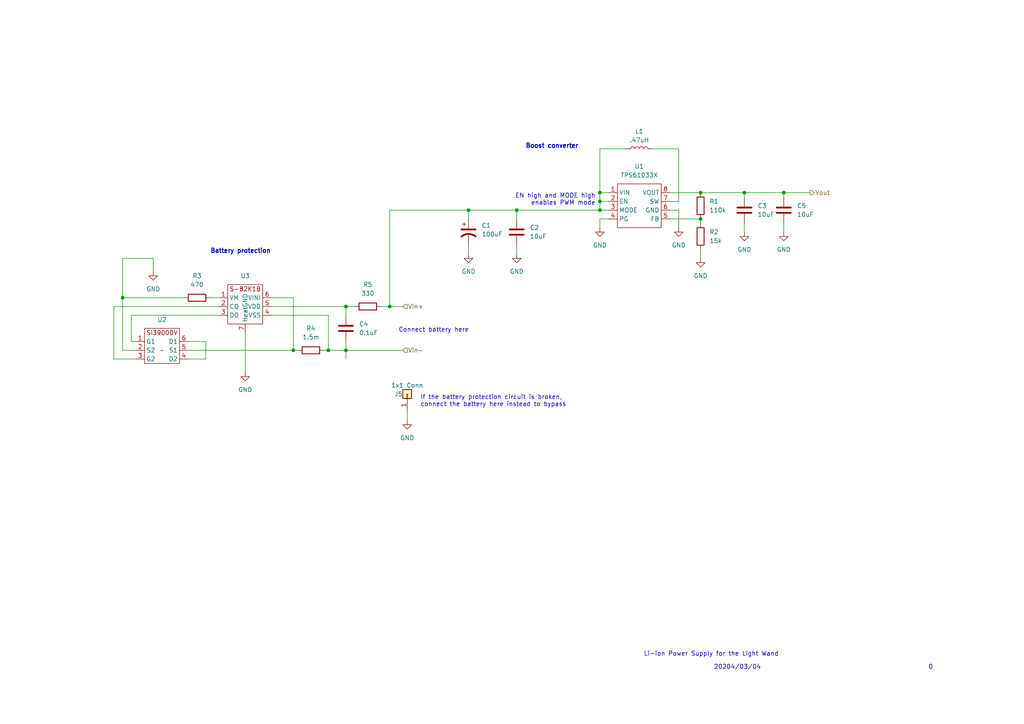
<source format=kicad_sch>
(kicad_sch (version 20230121) (generator eeschema)

  (uuid 2b14f44c-dff6-4431-acec-0de27f7a9525)

  (paper "A4")

  (lib_symbols
    (symbol "Connector_Generic:Conn_01x01" (pin_names (offset 1.016) hide) (in_bom yes) (on_board yes)
      (property "Reference" "J" (at 0 2.54 0)
        (effects (font (size 1.27 1.27)))
      )
      (property "Value" "Conn_01x01" (at 0 -2.54 0)
        (effects (font (size 1.27 1.27)))
      )
      (property "Footprint" "" (at 0 0 0)
        (effects (font (size 1.27 1.27)) hide)
      )
      (property "Datasheet" "~" (at 0 0 0)
        (effects (font (size 1.27 1.27)) hide)
      )
      (property "ki_keywords" "connector" (at 0 0 0)
        (effects (font (size 1.27 1.27)) hide)
      )
      (property "ki_description" "Generic connector, single row, 01x01, script generated (kicad-library-utils/schlib/autogen/connector/)" (at 0 0 0)
        (effects (font (size 1.27 1.27)) hide)
      )
      (property "ki_fp_filters" "Connector*:*_1x??_*" (at 0 0 0)
        (effects (font (size 1.27 1.27)) hide)
      )
      (symbol "Conn_01x01_1_1"
        (rectangle (start -1.27 0.127) (end 0 -0.127)
          (stroke (width 0.1524) (type default))
          (fill (type none))
        )
        (rectangle (start -1.27 1.27) (end 1.27 -1.27)
          (stroke (width 0.254) (type default))
          (fill (type background))
        )
        (pin passive line (at -5.08 0 0) (length 3.81)
          (name "Pin_1" (effects (font (size 1.27 1.27))))
          (number "1" (effects (font (size 1.27 1.27))))
        )
      )
    )
    (symbol "Device:C" (pin_numbers hide) (pin_names (offset 0.254)) (in_bom yes) (on_board yes)
      (property "Reference" "C" (at 0.635 2.54 0)
        (effects (font (size 1.27 1.27)) (justify left))
      )
      (property "Value" "C" (at 0.635 -2.54 0)
        (effects (font (size 1.27 1.27)) (justify left))
      )
      (property "Footprint" "" (at 0.9652 -3.81 0)
        (effects (font (size 1.27 1.27)) hide)
      )
      (property "Datasheet" "~" (at 0 0 0)
        (effects (font (size 1.27 1.27)) hide)
      )
      (property "ki_keywords" "cap capacitor" (at 0 0 0)
        (effects (font (size 1.27 1.27)) hide)
      )
      (property "ki_description" "Unpolarized capacitor" (at 0 0 0)
        (effects (font (size 1.27 1.27)) hide)
      )
      (property "ki_fp_filters" "C_*" (at 0 0 0)
        (effects (font (size 1.27 1.27)) hide)
      )
      (symbol "C_0_1"
        (polyline
          (pts
            (xy -2.032 -0.762)
            (xy 2.032 -0.762)
          )
          (stroke (width 0.508) (type default))
          (fill (type none))
        )
        (polyline
          (pts
            (xy -2.032 0.762)
            (xy 2.032 0.762)
          )
          (stroke (width 0.508) (type default))
          (fill (type none))
        )
      )
      (symbol "C_1_1"
        (pin passive line (at 0 3.81 270) (length 2.794)
          (name "~" (effects (font (size 1.27 1.27))))
          (number "1" (effects (font (size 1.27 1.27))))
        )
        (pin passive line (at 0 -3.81 90) (length 2.794)
          (name "~" (effects (font (size 1.27 1.27))))
          (number "2" (effects (font (size 1.27 1.27))))
        )
      )
    )
    (symbol "Device:C_Polarized_US" (pin_numbers hide) (pin_names (offset 0.254) hide) (in_bom yes) (on_board yes)
      (property "Reference" "C" (at 0.635 2.54 0)
        (effects (font (size 1.27 1.27)) (justify left))
      )
      (property "Value" "C_Polarized_US" (at 0.635 -2.54 0)
        (effects (font (size 1.27 1.27)) (justify left))
      )
      (property "Footprint" "" (at 0 0 0)
        (effects (font (size 1.27 1.27)) hide)
      )
      (property "Datasheet" "~" (at 0 0 0)
        (effects (font (size 1.27 1.27)) hide)
      )
      (property "ki_keywords" "cap capacitor" (at 0 0 0)
        (effects (font (size 1.27 1.27)) hide)
      )
      (property "ki_description" "Polarized capacitor, US symbol" (at 0 0 0)
        (effects (font (size 1.27 1.27)) hide)
      )
      (property "ki_fp_filters" "CP_*" (at 0 0 0)
        (effects (font (size 1.27 1.27)) hide)
      )
      (symbol "C_Polarized_US_0_1"
        (polyline
          (pts
            (xy -2.032 0.762)
            (xy 2.032 0.762)
          )
          (stroke (width 0.508) (type default))
          (fill (type none))
        )
        (polyline
          (pts
            (xy -1.778 2.286)
            (xy -0.762 2.286)
          )
          (stroke (width 0) (type default))
          (fill (type none))
        )
        (polyline
          (pts
            (xy -1.27 1.778)
            (xy -1.27 2.794)
          )
          (stroke (width 0) (type default))
          (fill (type none))
        )
        (arc (start 2.032 -1.27) (mid 0 -0.5572) (end -2.032 -1.27)
          (stroke (width 0.508) (type default))
          (fill (type none))
        )
      )
      (symbol "C_Polarized_US_1_1"
        (pin passive line (at 0 3.81 270) (length 2.794)
          (name "~" (effects (font (size 1.27 1.27))))
          (number "1" (effects (font (size 1.27 1.27))))
        )
        (pin passive line (at 0 -3.81 90) (length 3.302)
          (name "~" (effects (font (size 1.27 1.27))))
          (number "2" (effects (font (size 1.27 1.27))))
        )
      )
    )
    (symbol "Device:L" (pin_numbers hide) (pin_names (offset 1.016) hide) (in_bom yes) (on_board yes)
      (property "Reference" "L" (at -1.27 0 90)
        (effects (font (size 1.27 1.27)))
      )
      (property "Value" "L" (at 1.905 0 90)
        (effects (font (size 1.27 1.27)))
      )
      (property "Footprint" "" (at 0 0 0)
        (effects (font (size 1.27 1.27)) hide)
      )
      (property "Datasheet" "~" (at 0 0 0)
        (effects (font (size 1.27 1.27)) hide)
      )
      (property "ki_keywords" "inductor choke coil reactor magnetic" (at 0 0 0)
        (effects (font (size 1.27 1.27)) hide)
      )
      (property "ki_description" "Inductor" (at 0 0 0)
        (effects (font (size 1.27 1.27)) hide)
      )
      (property "ki_fp_filters" "Choke_* *Coil* Inductor_* L_*" (at 0 0 0)
        (effects (font (size 1.27 1.27)) hide)
      )
      (symbol "L_0_1"
        (arc (start 0 -2.54) (mid 0.6323 -1.905) (end 0 -1.27)
          (stroke (width 0) (type default))
          (fill (type none))
        )
        (arc (start 0 -1.27) (mid 0.6323 -0.635) (end 0 0)
          (stroke (width 0) (type default))
          (fill (type none))
        )
        (arc (start 0 0) (mid 0.6323 0.635) (end 0 1.27)
          (stroke (width 0) (type default))
          (fill (type none))
        )
        (arc (start 0 1.27) (mid 0.6323 1.905) (end 0 2.54)
          (stroke (width 0) (type default))
          (fill (type none))
        )
      )
      (symbol "L_1_1"
        (pin passive line (at 0 3.81 270) (length 1.27)
          (name "1" (effects (font (size 1.27 1.27))))
          (number "1" (effects (font (size 1.27 1.27))))
        )
        (pin passive line (at 0 -3.81 90) (length 1.27)
          (name "2" (effects (font (size 1.27 1.27))))
          (number "2" (effects (font (size 1.27 1.27))))
        )
      )
    )
    (symbol "Device:R" (pin_numbers hide) (pin_names (offset 0)) (in_bom yes) (on_board yes)
      (property "Reference" "R" (at 2.032 0 90)
        (effects (font (size 1.27 1.27)))
      )
      (property "Value" "R" (at 0 0 90)
        (effects (font (size 1.27 1.27)))
      )
      (property "Footprint" "" (at -1.778 0 90)
        (effects (font (size 1.27 1.27)) hide)
      )
      (property "Datasheet" "~" (at 0 0 0)
        (effects (font (size 1.27 1.27)) hide)
      )
      (property "ki_keywords" "R res resistor" (at 0 0 0)
        (effects (font (size 1.27 1.27)) hide)
      )
      (property "ki_description" "Resistor" (at 0 0 0)
        (effects (font (size 1.27 1.27)) hide)
      )
      (property "ki_fp_filters" "R_*" (at 0 0 0)
        (effects (font (size 1.27 1.27)) hide)
      )
      (symbol "R_0_1"
        (rectangle (start -1.016 -2.54) (end 1.016 2.54)
          (stroke (width 0.254) (type default))
          (fill (type none))
        )
      )
      (symbol "R_1_1"
        (pin passive line (at 0 3.81 270) (length 1.27)
          (name "~" (effects (font (size 1.27 1.27))))
          (number "1" (effects (font (size 1.27 1.27))))
        )
        (pin passive line (at 0 -3.81 90) (length 1.27)
          (name "~" (effects (font (size 1.27 1.27))))
          (number "2" (effects (font (size 1.27 1.27))))
        )
      )
    )
    (symbol "light_wand_library:S-82K1BAM-I6T1U" (in_bom yes) (on_board yes)
      (property "Reference" "U" (at 0 8.89 0)
        (effects (font (size 1.27 1.27)))
      )
      (property "Value" "" (at 0 0 0)
        (effects (font (size 1.27 1.27)))
      )
      (property "Footprint" "light_wand_footprints:HSNT-6" (at 0 -7.62 0)
        (effects (font (size 1.27 1.27)) hide)
      )
      (property "Datasheet" "" (at 0 0 0)
        (effects (font (size 1.27 1.27)) hide)
      )
      (property "ki_description" "Battery Protection IC" (at 0 0 0)
        (effects (font (size 1.27 1.27)) hide)
      )
      (symbol "S-82K1BAM-I6T1U_0_1"
        (rectangle (start -5.08 7.62) (end 5.08 -3.81)
          (stroke (width 0) (type default))
          (fill (type none))
        )
      )
      (symbol "S-82K1BAM-I6T1U_1_1"
        (text "S-82K1B" (at 0 6.35 0)
          (effects (font (size 1.27 1.27)))
        )
        (pin input line (at -7.62 3.81 0) (length 2.54)
          (name "VM" (effects (font (size 1.27 1.27))))
          (number "1" (effects (font (size 1.27 1.27))))
        )
        (pin output line (at -7.62 1.27 0) (length 2.54)
          (name "CO" (effects (font (size 1.27 1.27))))
          (number "2" (effects (font (size 1.27 1.27))))
        )
        (pin output line (at -7.62 -1.27 0) (length 2.54)
          (name "DO" (effects (font (size 1.27 1.27))))
          (number "3" (effects (font (size 1.27 1.27))))
        )
        (pin input line (at 7.62 -1.27 180) (length 2.54)
          (name "VSS" (effects (font (size 1.27 1.27))))
          (number "4" (effects (font (size 1.27 1.27))))
        )
        (pin input line (at 7.62 1.27 180) (length 2.54)
          (name "VDD" (effects (font (size 1.27 1.27))))
          (number "5" (effects (font (size 1.27 1.27))))
        )
        (pin input line (at 7.62 3.81 180) (length 2.54)
          (name "VINI" (effects (font (size 1.27 1.27))))
          (number "6" (effects (font (size 1.27 1.27))))
        )
        (pin input line (at 0 -6.35 90) (length 2.54)
          (name "HeatGND" (effects (font (size 1.27 1.27))))
          (number "7" (effects (font (size 1.27 1.27))))
        )
      )
    )
    (symbol "light_wand_library:Si3900DV" (in_bom yes) (on_board yes)
      (property "Reference" "U" (at 0 7.62 0)
        (effects (font (size 1.27 1.27)))
      )
      (property "Value" "" (at 0 0 0)
        (effects (font (size 1.27 1.27)))
      )
      (property "Footprint" "" (at 0 0 0)
        (effects (font (size 1.27 1.27)) hide)
      )
      (property "Datasheet" "" (at 0 0 0)
        (effects (font (size 1.27 1.27)) hide)
      )
      (property "ki_description" "Dual N-Channel MOSFET package" (at 0 0 0)
        (effects (font (size 1.27 1.27)) hide)
      )
      (symbol "Si3900DV_0_1"
        (rectangle (start -5.08 6.35) (end 5.08 -3.81)
          (stroke (width 0) (type default))
          (fill (type none))
        )
      )
      (symbol "Si3900DV_1_1"
        (text "Si3900DV" (at 0 5.08 0)
          (effects (font (size 1.27 1.27)))
        )
        (pin input line (at -7.62 2.54 0) (length 2.54)
          (name "G1" (effects (font (size 1.27 1.27))))
          (number "1" (effects (font (size 1.27 1.27))))
        )
        (pin bidirectional line (at -7.62 0 0) (length 2.54)
          (name "S2" (effects (font (size 1.27 1.27))))
          (number "2" (effects (font (size 1.27 1.27))))
        )
        (pin input line (at -7.62 -2.54 0) (length 2.54)
          (name "G2" (effects (font (size 1.27 1.27))))
          (number "3" (effects (font (size 1.27 1.27))))
        )
        (pin bidirectional line (at 7.62 -2.54 180) (length 2.54)
          (name "D2" (effects (font (size 1.27 1.27))))
          (number "4" (effects (font (size 1.27 1.27))))
        )
        (pin bidirectional line (at 7.62 0 180) (length 2.54)
          (name "S1" (effects (font (size 1.27 1.27))))
          (number "5" (effects (font (size 1.27 1.27))))
        )
        (pin bidirectional line (at 7.62 2.54 180) (length 2.54)
          (name "D1" (effects (font (size 1.27 1.27))))
          (number "6" (effects (font (size 1.27 1.27))))
        )
      )
    )
    (symbol "light_wand_library:TPS61033X" (in_bom yes) (on_board yes)
      (property "Reference" "U" (at 0 8.89 0)
        (effects (font (size 1.27 1.27)))
      )
      (property "Value" "TPS61033X" (at 0 6.35 0)
        (effects (font (size 1.27 1.27)))
      )
      (property "Footprint" "Package_TO_SOT_SMD:SOT-583-8" (at 0 -8.89 0)
        (effects (font (size 1.27 1.27)) hide)
      )
      (property "Datasheet" "" (at -2.54 0 0)
        (effects (font (size 1.27 1.27)) hide)
      )
      (symbol "TPS61033X_0_1"
        (rectangle (start -6.35 5.08) (end 6.35 -7.62)
          (stroke (width 0) (type default))
          (fill (type none))
        )
      )
      (symbol "TPS61033X_1_1"
        (pin input line (at -8.89 2.54 0) (length 2.54)
          (name "VIN" (effects (font (size 1.27 1.27))))
          (number "1" (effects (font (size 1.27 1.27))))
        )
        (pin input line (at -8.89 0 0) (length 2.54)
          (name "EN" (effects (font (size 1.27 1.27))))
          (number "2" (effects (font (size 1.27 1.27))))
        )
        (pin input line (at -8.89 -2.54 0) (length 2.54)
          (name "MODE" (effects (font (size 1.27 1.27))))
          (number "3" (effects (font (size 1.27 1.27))))
        )
        (pin output line (at -8.89 -5.08 0) (length 2.54)
          (name "PG" (effects (font (size 1.27 1.27))))
          (number "4" (effects (font (size 1.27 1.27))))
        )
        (pin input line (at 8.89 -5.08 180) (length 2.54)
          (name "FB" (effects (font (size 1.27 1.27))))
          (number "5" (effects (font (size 1.27 1.27))))
        )
        (pin power_in line (at 8.89 -2.54 180) (length 2.54)
          (name "GND" (effects (font (size 1.27 1.27))))
          (number "6" (effects (font (size 1.27 1.27))))
        )
        (pin power_in line (at 8.89 0 180) (length 2.54)
          (name "SW" (effects (font (size 1.27 1.27))))
          (number "7" (effects (font (size 1.27 1.27))))
        )
        (pin output line (at 8.89 2.54 180) (length 2.54)
          (name "VOUT" (effects (font (size 1.27 1.27))))
          (number "8" (effects (font (size 1.27 1.27))))
        )
      )
    )
    (symbol "power:GND" (power) (pin_names (offset 0)) (in_bom yes) (on_board yes)
      (property "Reference" "#PWR" (at 0 -6.35 0)
        (effects (font (size 1.27 1.27)) hide)
      )
      (property "Value" "GND" (at 0 -3.81 0)
        (effects (font (size 1.27 1.27)))
      )
      (property "Footprint" "" (at 0 0 0)
        (effects (font (size 1.27 1.27)) hide)
      )
      (property "Datasheet" "" (at 0 0 0)
        (effects (font (size 1.27 1.27)) hide)
      )
      (property "ki_keywords" "global power" (at 0 0 0)
        (effects (font (size 1.27 1.27)) hide)
      )
      (property "ki_description" "Power symbol creates a global label with name \"GND\" , ground" (at 0 0 0)
        (effects (font (size 1.27 1.27)) hide)
      )
      (symbol "GND_0_1"
        (polyline
          (pts
            (xy 0 0)
            (xy 0 -1.27)
            (xy 1.27 -1.27)
            (xy 0 -2.54)
            (xy -1.27 -1.27)
            (xy 0 -1.27)
          )
          (stroke (width 0) (type default))
          (fill (type none))
        )
      )
      (symbol "GND_1_1"
        (pin power_in line (at 0 0 270) (length 0) hide
          (name "GND" (effects (font (size 1.27 1.27))))
          (number "1" (effects (font (size 1.27 1.27))))
        )
      )
    )
  )

  (junction (at 100.33 88.9) (diameter 0) (color 0 0 0 0)
    (uuid 09e3aab2-4bdc-4cb1-a9d0-16210e6fbead)
  )
  (junction (at 135.89 60.96) (diameter 0) (color 0 0 0 0)
    (uuid 50314f82-8512-40ca-a1a6-4388e92e106e)
  )
  (junction (at 173.99 55.88) (diameter 0) (color 0 0 0 0)
    (uuid 5c192684-498b-4934-b942-c6e23af22c14)
  )
  (junction (at 227.33 55.88) (diameter 0) (color 0 0 0 0)
    (uuid 5f671d53-0274-4adc-ac2c-f19ba2e7e7dd)
  )
  (junction (at 215.9 55.88) (diameter 0) (color 0 0 0 0)
    (uuid 5fcc5835-edb5-4556-b396-328f0cc6ce14)
  )
  (junction (at 203.2 63.5) (diameter 0) (color 0 0 0 0)
    (uuid 8225c42a-2bb0-435a-b50d-20a03d1069b0)
  )
  (junction (at 95.25 101.6) (diameter 0) (color 0 0 0 0)
    (uuid 8bed1c84-38c0-426c-976e-6262dff4b93e)
  )
  (junction (at 85.09 101.6) (diameter 0) (color 0 0 0 0)
    (uuid 8f20e0b6-7e31-4fb8-8881-cdf41aee2f92)
  )
  (junction (at 100.33 101.6) (diameter 0) (color 0 0 0 0)
    (uuid af3dd391-eb11-456f-8565-320ec9b57179)
  )
  (junction (at 173.99 60.96) (diameter 0) (color 0 0 0 0)
    (uuid b05dec04-f723-4581-b559-1023395d89d1)
  )
  (junction (at 203.2 55.88) (diameter 0) (color 0 0 0 0)
    (uuid b0e03550-abab-4e1e-a4bc-710890662ed2)
  )
  (junction (at 173.99 58.42) (diameter 0) (color 0 0 0 0)
    (uuid d112fcd6-d102-42c3-b7d2-34f35d0041bc)
  )
  (junction (at 113.03 88.9) (diameter 0) (color 0 0 0 0)
    (uuid d193cad7-dca7-4fd0-8248-0c6d0668ab22)
  )
  (junction (at 35.56 86.36) (diameter 0) (color 0 0 0 0)
    (uuid d4ff59c0-bdb1-4b45-8943-1f0641628ba1)
  )
  (junction (at 149.86 60.96) (diameter 0) (color 0 0 0 0)
    (uuid d53df241-66fd-4cd1-a8e5-63187c11141c)
  )

  (wire (pts (xy 173.99 43.18) (xy 181.61 43.18))
    (stroke (width 0) (type default))
    (uuid 012490df-718a-4074-9eb9-ef3701671fda)
  )
  (wire (pts (xy 176.53 63.5) (xy 173.99 63.5))
    (stroke (width 0) (type default))
    (uuid 02068bdb-fb50-4bdb-bac0-725113db74e2)
  )
  (wire (pts (xy 135.89 71.12) (xy 135.89 73.66))
    (stroke (width 0) (type default))
    (uuid 03f93a40-fb19-4b60-9c87-0b596e1b1bd6)
  )
  (wire (pts (xy 203.2 55.88) (xy 215.9 55.88))
    (stroke (width 0) (type default))
    (uuid 0708c9f7-d8fd-47b8-a991-70fa9b27a80f)
  )
  (wire (pts (xy 100.33 88.9) (xy 102.87 88.9))
    (stroke (width 0) (type default))
    (uuid 07b0cff7-c9e9-428e-b5ee-3b4b283bf0ef)
  )
  (wire (pts (xy 173.99 63.5) (xy 173.99 66.04))
    (stroke (width 0) (type default))
    (uuid 0c5ca8f3-f119-4196-b133-698a910965c3)
  )
  (wire (pts (xy 63.5 88.9) (xy 33.02 88.9))
    (stroke (width 0) (type default))
    (uuid 0eb85ed5-2ff4-4af6-9425-d563909bef21)
  )
  (wire (pts (xy 35.56 101.6) (xy 35.56 86.36))
    (stroke (width 0) (type default))
    (uuid 0f41dc93-10dc-45ec-af9b-e4120fc98b39)
  )
  (wire (pts (xy 215.9 55.88) (xy 215.9 57.15))
    (stroke (width 0) (type default))
    (uuid 10ae4c13-2547-487e-8a12-5cac51969e3d)
  )
  (wire (pts (xy 95.25 101.6) (xy 100.33 101.6))
    (stroke (width 0) (type default))
    (uuid 1168c92e-5654-42e1-9206-a97ebfd56dd3)
  )
  (wire (pts (xy 85.09 101.6) (xy 86.36 101.6))
    (stroke (width 0) (type default))
    (uuid 16f7fb88-50e0-4e5c-bfc3-a1f7c922b778)
  )
  (wire (pts (xy 78.74 91.44) (xy 95.25 91.44))
    (stroke (width 0) (type default))
    (uuid 2252dd0a-4cc5-4acd-ade1-962008018b34)
  )
  (wire (pts (xy 113.03 60.96) (xy 135.89 60.96))
    (stroke (width 0) (type default))
    (uuid 2e9a82f7-3253-40e6-9484-64dd416dfab6)
  )
  (wire (pts (xy 100.33 99.06) (xy 100.33 101.6))
    (stroke (width 0) (type default))
    (uuid 33cde3af-ab81-4b33-8ac9-e09c417a25e0)
  )
  (wire (pts (xy 227.33 57.15) (xy 227.33 55.88))
    (stroke (width 0) (type default))
    (uuid 343faf75-212d-498c-b25c-76a346ae49c7)
  )
  (wire (pts (xy 215.9 55.88) (xy 227.33 55.88))
    (stroke (width 0) (type default))
    (uuid 3602a5b6-40b1-4fa1-ba1d-1c67baa0293e)
  )
  (wire (pts (xy 33.02 104.14) (xy 39.37 104.14))
    (stroke (width 0) (type default))
    (uuid 3664ad67-119e-465e-b620-373e9da0fc4a)
  )
  (wire (pts (xy 35.56 86.36) (xy 35.56 74.93))
    (stroke (width 0) (type default))
    (uuid 37041623-5f2b-42ca-be95-349d9c0bf76a)
  )
  (wire (pts (xy 227.33 67.31) (xy 227.33 64.77))
    (stroke (width 0) (type default))
    (uuid 3a8535fb-0db1-4af6-913d-f815eea0ac83)
  )
  (wire (pts (xy 176.53 58.42) (xy 173.99 58.42))
    (stroke (width 0) (type default))
    (uuid 46577355-9ec3-494c-9131-a5d0bcaf62f7)
  )
  (wire (pts (xy 35.56 86.36) (xy 53.34 86.36))
    (stroke (width 0) (type default))
    (uuid 474d6b1e-cfd0-446b-aec5-fbcddb1c1af1)
  )
  (wire (pts (xy 194.31 60.96) (xy 196.85 60.96))
    (stroke (width 0) (type default))
    (uuid 4b45a6b5-791b-4c54-8d6d-f2ca0bc77369)
  )
  (wire (pts (xy 54.61 101.6) (xy 85.09 101.6))
    (stroke (width 0) (type default))
    (uuid 4eb4d782-643a-4479-925a-f312fba11ef4)
  )
  (wire (pts (xy 118.11 121.92) (xy 118.11 119.38))
    (stroke (width 0) (type default))
    (uuid 5443e6cd-1e92-4340-85fa-a530432c54e9)
  )
  (wire (pts (xy 176.53 55.88) (xy 173.99 55.88))
    (stroke (width 0) (type default))
    (uuid 55df76b1-3322-4c50-afc5-da1eaabe44ea)
  )
  (wire (pts (xy 38.1 99.06) (xy 39.37 99.06))
    (stroke (width 0) (type default))
    (uuid 5e633a2b-73e3-4290-981b-9b1cb4114dbb)
  )
  (wire (pts (xy 39.37 101.6) (xy 35.56 101.6))
    (stroke (width 0) (type default))
    (uuid 678bbe47-8c7a-4039-83d6-3b8e12ab5dea)
  )
  (wire (pts (xy 100.33 88.9) (xy 100.33 91.44))
    (stroke (width 0) (type default))
    (uuid 6ba03c41-f5e9-4198-ac50-631b3b54f1df)
  )
  (wire (pts (xy 173.99 60.96) (xy 173.99 58.42))
    (stroke (width 0) (type default))
    (uuid 6c27c55e-ed97-4ca2-b16e-33d95ccde8b0)
  )
  (wire (pts (xy 149.86 60.96) (xy 173.99 60.96))
    (stroke (width 0) (type default))
    (uuid 6cb0996c-ce2d-4c44-8aca-f7e367be2a7a)
  )
  (wire (pts (xy 63.5 91.44) (xy 38.1 91.44))
    (stroke (width 0) (type default))
    (uuid 7992a861-d82a-4456-8e86-f10d9fe33186)
  )
  (wire (pts (xy 78.74 88.9) (xy 100.33 88.9))
    (stroke (width 0) (type default))
    (uuid 7f1afea2-4262-41eb-93f9-82a0d19f0b98)
  )
  (wire (pts (xy 194.31 55.88) (xy 203.2 55.88))
    (stroke (width 0) (type default))
    (uuid 7fb2a319-8ac2-40bb-9914-0db711d315e1)
  )
  (wire (pts (xy 189.23 43.18) (xy 196.85 43.18))
    (stroke (width 0) (type default))
    (uuid 804da18b-235d-4fd7-a79c-19e18fc7600b)
  )
  (wire (pts (xy 95.25 91.44) (xy 95.25 101.6))
    (stroke (width 0) (type default))
    (uuid 8b967ecc-8022-4eb9-92f9-90c71f89ebf4)
  )
  (wire (pts (xy 173.99 58.42) (xy 173.99 55.88))
    (stroke (width 0) (type default))
    (uuid 8bbc2d31-c4db-435d-b18b-ed72b6678ec3)
  )
  (wire (pts (xy 85.09 86.36) (xy 78.74 86.36))
    (stroke (width 0) (type default))
    (uuid 918a4d43-ffdd-4e8d-9f79-a1d988cbeec0)
  )
  (wire (pts (xy 149.86 71.12) (xy 149.86 73.66))
    (stroke (width 0) (type default))
    (uuid 9219aa2c-10e4-41db-af10-22f6131744d1)
  )
  (wire (pts (xy 113.03 60.96) (xy 113.03 88.9))
    (stroke (width 0) (type default))
    (uuid 94a5cbe5-7d01-4226-818f-974f605e18cd)
  )
  (wire (pts (xy 203.2 63.5) (xy 203.2 64.77))
    (stroke (width 0) (type default))
    (uuid 95183d9f-7807-406c-aaa4-fc2018742c82)
  )
  (wire (pts (xy 135.89 60.96) (xy 149.86 60.96))
    (stroke (width 0) (type default))
    (uuid 99876e3a-fffc-42b6-a335-339a86abd784)
  )
  (wire (pts (xy 194.31 63.5) (xy 203.2 63.5))
    (stroke (width 0) (type default))
    (uuid 9c9ca782-6f1a-4cc5-8b42-e6770433f384)
  )
  (wire (pts (xy 54.61 104.14) (xy 59.69 104.14))
    (stroke (width 0) (type default))
    (uuid a0f9b6d2-0e41-41e1-93d0-0b39070a4949)
  )
  (wire (pts (xy 227.33 55.88) (xy 234.95 55.88))
    (stroke (width 0) (type default))
    (uuid a2d9700f-6011-4858-ab4f-49fd244aa2f1)
  )
  (wire (pts (xy 60.96 86.36) (xy 63.5 86.36))
    (stroke (width 0) (type default))
    (uuid aeccb4cc-9e62-445d-96f5-87dafd14811e)
  )
  (wire (pts (xy 38.1 91.44) (xy 38.1 99.06))
    (stroke (width 0) (type default))
    (uuid b02e834c-50bd-4e3d-b7f6-5b04a70bc489)
  )
  (wire (pts (xy 54.61 99.06) (xy 59.69 99.06))
    (stroke (width 0) (type default))
    (uuid b47dada3-0ff5-4bf9-b914-1c850aac82c3)
  )
  (wire (pts (xy 215.9 64.77) (xy 215.9 67.31))
    (stroke (width 0) (type default))
    (uuid b6f859d2-1c50-48ae-ad8c-181485bef5bf)
  )
  (wire (pts (xy 35.56 74.93) (xy 44.45 74.93))
    (stroke (width 0) (type default))
    (uuid beef212b-5339-4398-9329-fdfd5515e393)
  )
  (wire (pts (xy 173.99 43.18) (xy 173.99 55.88))
    (stroke (width 0) (type default))
    (uuid bf3079ae-8028-4bc4-aab6-2570f095e35a)
  )
  (wire (pts (xy 196.85 58.42) (xy 194.31 58.42))
    (stroke (width 0) (type default))
    (uuid c6a87490-3107-4e32-b757-98e621b59018)
  )
  (wire (pts (xy 44.45 74.93) (xy 44.45 78.74))
    (stroke (width 0) (type default))
    (uuid c6dccda3-2137-46f0-9e9a-5f42d4dd61b9)
  )
  (wire (pts (xy 135.89 60.96) (xy 135.89 63.5))
    (stroke (width 0) (type default))
    (uuid c7d34e72-834a-4273-b0c5-1938273640d6)
  )
  (wire (pts (xy 100.33 104.14) (xy 100.33 101.6))
    (stroke (width 0) (type default))
    (uuid d02b9881-fbe0-461c-a49b-eca9ce8938fe)
  )
  (wire (pts (xy 196.85 43.18) (xy 196.85 58.42))
    (stroke (width 0) (type default))
    (uuid d3980574-d72e-488d-83be-3406af1fdebe)
  )
  (wire (pts (xy 33.02 88.9) (xy 33.02 104.14))
    (stroke (width 0) (type default))
    (uuid d98c3ea5-3728-42cc-8543-3b6864647d15)
  )
  (wire (pts (xy 100.33 101.6) (xy 116.84 101.6))
    (stroke (width 0) (type default))
    (uuid dcb385ba-bf24-498a-89a8-c01771444510)
  )
  (wire (pts (xy 113.03 88.9) (xy 116.84 88.9))
    (stroke (width 0) (type default))
    (uuid e17ddcc2-9c0e-4b85-80a7-d7ff12c0d3e4)
  )
  (wire (pts (xy 196.85 60.96) (xy 196.85 66.04))
    (stroke (width 0) (type default))
    (uuid e4047adb-7e57-4e14-aa5f-b39282bafbfd)
  )
  (wire (pts (xy 59.69 99.06) (xy 59.69 104.14))
    (stroke (width 0) (type default))
    (uuid e4bda5a2-f7c1-45ef-9d41-0458706a8fc8)
  )
  (wire (pts (xy 110.49 88.9) (xy 113.03 88.9))
    (stroke (width 0) (type default))
    (uuid eab1847d-2752-43a7-a4af-cf79eff92009)
  )
  (wire (pts (xy 93.98 101.6) (xy 95.25 101.6))
    (stroke (width 0) (type default))
    (uuid eab2e7de-330a-472c-8acd-c168e917f2ec)
  )
  (wire (pts (xy 71.12 107.95) (xy 71.12 96.52))
    (stroke (width 0) (type default))
    (uuid ebc43398-20f9-4d0f-a74a-5dc5dc1bb5c7)
  )
  (wire (pts (xy 176.53 60.96) (xy 173.99 60.96))
    (stroke (width 0) (type default))
    (uuid efbd7df0-2713-496f-a826-f7abdd8cdb1a)
  )
  (wire (pts (xy 149.86 60.96) (xy 149.86 63.5))
    (stroke (width 0) (type default))
    (uuid f173e2a6-b7a2-461f-ac2d-5d39af8cf72c)
  )
  (wire (pts (xy 203.2 72.39) (xy 203.2 74.93))
    (stroke (width 0) (type default))
    (uuid f299aae1-9381-40ac-90f9-535c2e8f0290)
  )
  (wire (pts (xy 85.09 101.6) (xy 85.09 86.36))
    (stroke (width 0) (type default))
    (uuid ff8456e7-89dd-46a4-8fb4-06efaacab493)
  )

  (text "If the battery protection circuit is broken, \nconnect the battery here instead to bypass"
    (at 121.92 118.11 0)
    (effects (font (size 1.27 1.27)) (justify left bottom))
    (uuid 25045650-8d1f-4687-9b08-e3c11e436b1f)
  )
  (text "Boost converter" (at 152.4 43.18 0)
    (effects (font (size 1.27 1.27) (thickness 0.254) bold) (justify left bottom))
    (uuid 352e29a8-4456-4150-a49a-97745cd5a0b7)
  )
  (text "EN high and MODE high\nenables PWM mode" (at 172.72 59.69 0)
    (effects (font (size 1.27 1.27)) (justify right bottom))
    (uuid 4c55e186-4119-4cdb-850f-e303230ed47b)
  )
  (text "20204/03/04" (at 207.01 194.31 0)
    (effects (font (size 1.27 1.27)) (justify left bottom))
    (uuid 6f872f7b-b5ba-4013-b7b2-5c684500a00c)
  )
  (text "Li-ion Power Supply for the Light Wand\n" (at 186.69 190.5 0)
    (effects (font (size 1.27 1.27)) (justify left bottom))
    (uuid 92f5668c-aa18-4d7b-b476-07450ddcfa5c)
  )
  (text "Connect battery here" (at 115.57 96.52 0)
    (effects (font (size 1.27 1.27)) (justify left bottom))
    (uuid abd291c0-1d81-4524-a875-8cab57aadef6)
  )
  (text "Battery protection" (at 60.96 73.66 0)
    (effects (font (size 1.27 1.27) (thickness 0.254) bold) (justify left bottom))
    (uuid ea890aaa-ef76-4fc3-ba3c-261a034c20b2)
  )
  (text "0" (at 269.24 194.31 0)
    (effects (font (size 1.27 1.27)) (justify left bottom))
    (uuid ee3be14e-d715-404a-941b-0a29026b6347)
  )

  (hierarchical_label "Vin-" (shape input) (at 116.84 101.6 0) (fields_autoplaced)
    (effects (font (size 1.27 1.27)) (justify left))
    (uuid 9e1bc100-5593-4f96-a09a-8f12340bb8d2)
  )
  (hierarchical_label "Vout" (shape output) (at 234.95 55.88 0) (fields_autoplaced)
    (effects (font (size 1.27 1.27)) (justify left))
    (uuid c3d4fb28-8797-499c-ab59-bd2b6873b9d6)
  )
  (hierarchical_label "Vin+" (shape input) (at 116.84 88.9 0) (fields_autoplaced)
    (effects (font (size 1.27 1.27)) (justify left))
    (uuid d426c08c-02a3-451e-bc07-d9f6974519f9)
  )

  (symbol (lib_id "Device:C") (at 100.33 95.25 0) (unit 1)
    (in_bom yes) (on_board yes) (dnp no) (fields_autoplaced)
    (uuid 0353868f-a027-4c1b-b5dd-2c099450fd36)
    (property "Reference" "C4" (at 104.14 93.98 0)
      (effects (font (size 1.27 1.27)) (justify left))
    )
    (property "Value" "0.1uF" (at 104.14 96.52 0)
      (effects (font (size 1.27 1.27)) (justify left))
    )
    (property "Footprint" "Capacitor_SMD:C_0603_1608Metric" (at 101.2952 99.06 0)
      (effects (font (size 1.27 1.27)) hide)
    )
    (property "Datasheet" "~" (at 100.33 95.25 0)
      (effects (font (size 1.27 1.27)) hide)
    )
    (pin "1" (uuid 803e34b4-3f42-4f5e-8f2a-cbdfdaa55937))
    (pin "2" (uuid 815b52e1-ad7d-40da-a1dd-63e64c7a3cf4))
    (instances
      (project "light_wand"
        (path "/1490551a-2c24-45df-b317-45d6c7f84af9/1ba98658-464e-4305-848f-5f718e928d99"
          (reference "C4") (unit 1)
        )
      )
    )
  )

  (symbol (lib_id "light_wand_library:Si3900DV") (at 46.99 101.6 0) (unit 1)
    (in_bom yes) (on_board yes) (dnp no) (fields_autoplaced)
    (uuid 0a493789-7ab4-4da5-baa4-9d82df52e584)
    (property "Reference" "U2" (at 46.99 92.71 0)
      (effects (font (size 1.27 1.27)))
    )
    (property "Value" "~" (at 46.99 101.6 0)
      (effects (font (size 1.27 1.27)))
    )
    (property "Footprint" "Package_TO_SOT_SMD:SOT-23-6_Handsoldering" (at 46.99 101.6 0)
      (effects (font (size 1.27 1.27)) hide)
    )
    (property "Datasheet" "" (at 46.99 101.6 0)
      (effects (font (size 1.27 1.27)) hide)
    )
    (pin "1" (uuid 00a28d00-5df7-4952-8d1a-80a93f0fa649))
    (pin "2" (uuid 258e1783-e6fd-4fba-b5f2-3d2be0a3b50e))
    (pin "3" (uuid 96a2bda0-b71a-4729-b538-736e963119da))
    (pin "4" (uuid a34a71e0-5449-4381-924f-f53d3254f843))
    (pin "5" (uuid 7993bad5-5872-4f24-bea7-a44d1010209e))
    (pin "6" (uuid a4de8d53-5674-4ef9-81b8-6e57abb43a5d))
    (instances
      (project "light_wand"
        (path "/1490551a-2c24-45df-b317-45d6c7f84af9/1ba98658-464e-4305-848f-5f718e928d99"
          (reference "U2") (unit 1)
        )
      )
    )
  )

  (symbol (lib_id "power:GND") (at 149.86 73.66 0) (unit 1)
    (in_bom yes) (on_board yes) (dnp no) (fields_autoplaced)
    (uuid 17ce5cee-9913-4204-8dfc-5567e7684f8a)
    (property "Reference" "#PWR01" (at 149.86 80.01 0)
      (effects (font (size 1.27 1.27)) hide)
    )
    (property "Value" "GND" (at 149.86 78.74 0)
      (effects (font (size 1.27 1.27)))
    )
    (property "Footprint" "" (at 149.86 73.66 0)
      (effects (font (size 1.27 1.27)) hide)
    )
    (property "Datasheet" "" (at 149.86 73.66 0)
      (effects (font (size 1.27 1.27)) hide)
    )
    (pin "1" (uuid 7252d35f-fa1d-4788-a70b-e47c59d776de))
    (instances
      (project "light_wand"
        (path "/1490551a-2c24-45df-b317-45d6c7f84af9/1ba98658-464e-4305-848f-5f718e928d99"
          (reference "#PWR01") (unit 1)
        )
      )
    )
  )

  (symbol (lib_id "power:GND") (at 196.85 66.04 0) (unit 1)
    (in_bom yes) (on_board yes) (dnp no) (fields_autoplaced)
    (uuid 2399bc13-1fa7-4d90-9910-c4815e2bec00)
    (property "Reference" "#PWR025" (at 196.85 72.39 0)
      (effects (font (size 1.27 1.27)) hide)
    )
    (property "Value" "GND" (at 196.85 71.12 0)
      (effects (font (size 1.27 1.27)))
    )
    (property "Footprint" "" (at 196.85 66.04 0)
      (effects (font (size 1.27 1.27)) hide)
    )
    (property "Datasheet" "" (at 196.85 66.04 0)
      (effects (font (size 1.27 1.27)) hide)
    )
    (pin "1" (uuid cc266936-e5bb-4350-8678-40a8de13620c))
    (instances
      (project "light_wand"
        (path "/1490551a-2c24-45df-b317-45d6c7f84af9/1ba98658-464e-4305-848f-5f718e928d99"
          (reference "#PWR025") (unit 1)
        )
      )
    )
  )

  (symbol (lib_id "power:GND") (at 135.89 73.66 0) (unit 1)
    (in_bom yes) (on_board yes) (dnp no) (fields_autoplaced)
    (uuid 2d09486e-a6a1-42c7-b41c-50956aeed2dd)
    (property "Reference" "#PWR02" (at 135.89 80.01 0)
      (effects (font (size 1.27 1.27)) hide)
    )
    (property "Value" "GND" (at 135.89 78.74 0)
      (effects (font (size 1.27 1.27)))
    )
    (property "Footprint" "" (at 135.89 73.66 0)
      (effects (font (size 1.27 1.27)) hide)
    )
    (property "Datasheet" "" (at 135.89 73.66 0)
      (effects (font (size 1.27 1.27)) hide)
    )
    (pin "1" (uuid 685cbf62-a304-4032-b8d8-b05263a1400e))
    (instances
      (project "light_wand"
        (path "/1490551a-2c24-45df-b317-45d6c7f84af9/1ba98658-464e-4305-848f-5f718e928d99"
          (reference "#PWR02") (unit 1)
        )
      )
    )
  )

  (symbol (lib_id "power:GND") (at 44.45 78.74 0) (unit 1)
    (in_bom yes) (on_board yes) (dnp no) (fields_autoplaced)
    (uuid 3bf217c6-b670-475f-970f-2d7d4ccaba68)
    (property "Reference" "#PWR011" (at 44.45 85.09 0)
      (effects (font (size 1.27 1.27)) hide)
    )
    (property "Value" "GND" (at 44.45 83.82 0)
      (effects (font (size 1.27 1.27)))
    )
    (property "Footprint" "" (at 44.45 78.74 0)
      (effects (font (size 1.27 1.27)) hide)
    )
    (property "Datasheet" "" (at 44.45 78.74 0)
      (effects (font (size 1.27 1.27)) hide)
    )
    (pin "1" (uuid ed871861-b191-4657-a3d0-2a680546060c))
    (instances
      (project "light_wand"
        (path "/1490551a-2c24-45df-b317-45d6c7f84af9/1ba98658-464e-4305-848f-5f718e928d99"
          (reference "#PWR011") (unit 1)
        )
      )
    )
  )

  (symbol (lib_id "Device:R") (at 106.68 88.9 90) (unit 1)
    (in_bom yes) (on_board yes) (dnp no) (fields_autoplaced)
    (uuid 4a4ef522-7076-4d5b-a439-854e75eb8945)
    (property "Reference" "R5" (at 106.68 82.55 90)
      (effects (font (size 1.27 1.27)))
    )
    (property "Value" "330" (at 106.68 85.09 90)
      (effects (font (size 1.27 1.27)))
    )
    (property "Footprint" "Resistor_SMD:R_0603_1608Metric" (at 106.68 90.678 90)
      (effects (font (size 1.27 1.27)) hide)
    )
    (property "Datasheet" "~" (at 106.68 88.9 0)
      (effects (font (size 1.27 1.27)) hide)
    )
    (pin "1" (uuid f2b8ef75-b3ef-438d-a125-b6496663923d))
    (pin "2" (uuid a256e145-ec8b-46ac-a30c-63c04b391593))
    (instances
      (project "light_wand"
        (path "/1490551a-2c24-45df-b317-45d6c7f84af9/1ba98658-464e-4305-848f-5f718e928d99"
          (reference "R5") (unit 1)
        )
      )
    )
  )

  (symbol (lib_id "light_wand_library:S-82K1BAM-I6T1U") (at 71.12 90.17 0) (unit 1)
    (in_bom yes) (on_board yes) (dnp no) (fields_autoplaced)
    (uuid 5425ae2f-930d-485d-953c-6ec2a2181eef)
    (property "Reference" "U3" (at 71.12 80.01 0)
      (effects (font (size 1.27 1.27)))
    )
    (property "Value" "~" (at 71.12 90.17 0)
      (effects (font (size 1.27 1.27)))
    )
    (property "Footprint" "light_wand_footprints:HSNT-6" (at 71.12 97.79 0)
      (effects (font (size 1.27 1.27)) hide)
    )
    (property "Datasheet" "" (at 71.12 90.17 0)
      (effects (font (size 1.27 1.27)) hide)
    )
    (pin "1" (uuid b377715d-820d-41c4-8588-8cee039f2153))
    (pin "2" (uuid 668e5c57-2739-4497-915d-0fd971ab88d3))
    (pin "3" (uuid c7ca5d03-aa17-490f-988e-eab6b1435871))
    (pin "4" (uuid 113f6fb8-a120-4942-877c-5fe8b818230d))
    (pin "5" (uuid 86e37420-afd9-472f-8d6a-5f14991d861d))
    (pin "6" (uuid 445a2edf-acd3-4521-9362-142d545291be))
    (pin "7" (uuid 92ddaef6-be4e-4f65-aa50-880807dd85d2))
    (instances
      (project "light_wand"
        (path "/1490551a-2c24-45df-b317-45d6c7f84af9/1ba98658-464e-4305-848f-5f718e928d99"
          (reference "U3") (unit 1)
        )
      )
    )
  )

  (symbol (lib_id "power:GND") (at 203.2 74.93 0) (unit 1)
    (in_bom yes) (on_board yes) (dnp no) (fields_autoplaced)
    (uuid 5fc62ce4-eb8b-40a2-a72b-a7b02b2c611d)
    (property "Reference" "#PWR010" (at 203.2 81.28 0)
      (effects (font (size 1.27 1.27)) hide)
    )
    (property "Value" "GND" (at 203.2 80.01 0)
      (effects (font (size 1.27 1.27)))
    )
    (property "Footprint" "" (at 203.2 74.93 0)
      (effects (font (size 1.27 1.27)) hide)
    )
    (property "Datasheet" "" (at 203.2 74.93 0)
      (effects (font (size 1.27 1.27)) hide)
    )
    (pin "1" (uuid 2f045ae9-6846-4a9c-9cc0-c7ec1f3163e5))
    (instances
      (project "light_wand"
        (path "/1490551a-2c24-45df-b317-45d6c7f84af9/1ba98658-464e-4305-848f-5f718e928d99"
          (reference "#PWR010") (unit 1)
        )
      )
    )
  )

  (symbol (lib_id "Device:C") (at 215.9 60.96 0) (unit 1)
    (in_bom yes) (on_board yes) (dnp no) (fields_autoplaced)
    (uuid 65e37af7-a1d2-415b-845a-c38f45e7cdd4)
    (property "Reference" "C3" (at 219.71 59.69 0)
      (effects (font (size 1.27 1.27)) (justify left))
    )
    (property "Value" "10uF" (at 219.71 62.23 0)
      (effects (font (size 1.27 1.27)) (justify left))
    )
    (property "Footprint" "Capacitor_SMD:C_0603_1608Metric" (at 216.8652 64.77 0)
      (effects (font (size 1.27 1.27)) hide)
    )
    (property "Datasheet" "https://www.yuden.co.jp/productdata/catalog/mlcc06_e.pdf" (at 215.9 60.96 0)
      (effects (font (size 1.27 1.27)) hide)
    )
    (pin "1" (uuid 07fb104b-335f-46cd-ba5e-df3a6e254a15))
    (pin "2" (uuid 9d2df9d0-b764-4d1c-9068-f4ce1901efe5))
    (instances
      (project "light_wand"
        (path "/1490551a-2c24-45df-b317-45d6c7f84af9/1ba98658-464e-4305-848f-5f718e928d99"
          (reference "C3") (unit 1)
        )
      )
    )
  )

  (symbol (lib_id "power:GND") (at 215.9 67.31 0) (unit 1)
    (in_bom yes) (on_board yes) (dnp no) (fields_autoplaced)
    (uuid 6d1ba249-cd74-4da5-b58b-029e552cc1eb)
    (property "Reference" "#PWR026" (at 215.9 73.66 0)
      (effects (font (size 1.27 1.27)) hide)
    )
    (property "Value" "GND" (at 215.9 72.39 0)
      (effects (font (size 1.27 1.27)))
    )
    (property "Footprint" "" (at 215.9 67.31 0)
      (effects (font (size 1.27 1.27)) hide)
    )
    (property "Datasheet" "" (at 215.9 67.31 0)
      (effects (font (size 1.27 1.27)) hide)
    )
    (pin "1" (uuid 1651f04c-2626-45f5-810f-e5c6f93af63f))
    (instances
      (project "light_wand"
        (path "/1490551a-2c24-45df-b317-45d6c7f84af9/1ba98658-464e-4305-848f-5f718e928d99"
          (reference "#PWR026") (unit 1)
        )
      )
    )
  )

  (symbol (lib_id "Device:R") (at 203.2 59.69 0) (unit 1)
    (in_bom yes) (on_board yes) (dnp no) (fields_autoplaced)
    (uuid 752fb1c9-fb58-4ce2-ba7c-ebdc3fc99ba1)
    (property "Reference" "R1" (at 205.74 58.42 0)
      (effects (font (size 1.27 1.27)) (justify left))
    )
    (property "Value" "110k" (at 205.74 60.96 0)
      (effects (font (size 1.27 1.27)) (justify left))
    )
    (property "Footprint" "Resistor_SMD:R_0603_1608Metric" (at 201.422 59.69 90)
      (effects (font (size 1.27 1.27)) hide)
    )
    (property "Datasheet" "~" (at 203.2 59.69 0)
      (effects (font (size 1.27 1.27)) hide)
    )
    (pin "1" (uuid bb06f222-014d-4231-9984-e7c3df71bf9a))
    (pin "2" (uuid 9f69969a-25bf-475d-a225-e3febde94845))
    (instances
      (project "light_wand"
        (path "/1490551a-2c24-45df-b317-45d6c7f84af9/1ba98658-464e-4305-848f-5f718e928d99"
          (reference "R1") (unit 1)
        )
      )
    )
  )

  (symbol (lib_id "power:GND") (at 118.11 121.92 0) (unit 1)
    (in_bom yes) (on_board yes) (dnp no) (fields_autoplaced)
    (uuid 7b414bde-96ca-404d-8cd8-c2725195ca37)
    (property "Reference" "#PWR09" (at 118.11 128.27 0)
      (effects (font (size 1.27 1.27)) hide)
    )
    (property "Value" "GND" (at 118.11 127 0)
      (effects (font (size 1.27 1.27)))
    )
    (property "Footprint" "" (at 118.11 121.92 0)
      (effects (font (size 1.27 1.27)) hide)
    )
    (property "Datasheet" "" (at 118.11 121.92 0)
      (effects (font (size 1.27 1.27)) hide)
    )
    (pin "1" (uuid c6c11e34-6d55-43b1-b5a4-ad3caad32af8))
    (instances
      (project "light_wand"
        (path "/1490551a-2c24-45df-b317-45d6c7f84af9/1ba98658-464e-4305-848f-5f718e928d99"
          (reference "#PWR09") (unit 1)
        )
      )
    )
  )

  (symbol (lib_id "Device:R") (at 90.17 101.6 90) (unit 1)
    (in_bom yes) (on_board yes) (dnp no) (fields_autoplaced)
    (uuid 98918691-8988-43ea-8e9b-4e357a4a81de)
    (property "Reference" "R4" (at 90.17 95.25 90)
      (effects (font (size 1.27 1.27)))
    )
    (property "Value" "1.5m" (at 90.17 97.79 90)
      (effects (font (size 1.27 1.27)))
    )
    (property "Footprint" "Resistor_SMD:R_2512_6332Metric" (at 90.17 103.378 90)
      (effects (font (size 1.27 1.27)) hide)
    )
    (property "Datasheet" "https://riedon.com/media/pdf/CSRL.pdf" (at 90.17 101.6 0)
      (effects (font (size 1.27 1.27)) hide)
    )
    (property "Purchase Link" "https://www.digikey.com/en/products/detail/riedon/CSRL3-0R0015F8/9666050" (at 90.17 101.6 90)
      (effects (font (size 1.27 1.27)) hide)
    )
    (pin "1" (uuid a30bd41d-3a5e-4d8b-bbd0-911593509e52))
    (pin "2" (uuid 9b91f7b6-8d12-42d1-965a-a22a66026586))
    (instances
      (project "light_wand"
        (path "/1490551a-2c24-45df-b317-45d6c7f84af9/1ba98658-464e-4305-848f-5f718e928d99"
          (reference "R4") (unit 1)
        )
      )
    )
  )

  (symbol (lib_id "power:GND") (at 173.99 66.04 0) (unit 1)
    (in_bom yes) (on_board yes) (dnp no) (fields_autoplaced)
    (uuid 9ebb8995-125b-44cc-8dba-112553794e6f)
    (property "Reference" "#PWR03" (at 173.99 72.39 0)
      (effects (font (size 1.27 1.27)) hide)
    )
    (property "Value" "GND" (at 173.99 71.12 0)
      (effects (font (size 1.27 1.27)))
    )
    (property "Footprint" "" (at 173.99 66.04 0)
      (effects (font (size 1.27 1.27)) hide)
    )
    (property "Datasheet" "" (at 173.99 66.04 0)
      (effects (font (size 1.27 1.27)) hide)
    )
    (pin "1" (uuid c93d6ebf-5e81-42c1-b49f-f29f15fd4a28))
    (instances
      (project "light_wand"
        (path "/1490551a-2c24-45df-b317-45d6c7f84af9/1ba98658-464e-4305-848f-5f718e928d99"
          (reference "#PWR03") (unit 1)
        )
      )
    )
  )

  (symbol (lib_id "power:GND") (at 71.12 107.95 0) (unit 1)
    (in_bom yes) (on_board yes) (dnp no) (fields_autoplaced)
    (uuid b64fb45b-5787-45e0-ab5f-cd9cf5631984)
    (property "Reference" "#PWR08" (at 71.12 114.3 0)
      (effects (font (size 1.27 1.27)) hide)
    )
    (property "Value" "GND" (at 71.12 113.03 0)
      (effects (font (size 1.27 1.27)))
    )
    (property "Footprint" "" (at 71.12 107.95 0)
      (effects (font (size 1.27 1.27)) hide)
    )
    (property "Datasheet" "" (at 71.12 107.95 0)
      (effects (font (size 1.27 1.27)) hide)
    )
    (pin "1" (uuid 0a05ec18-d0bd-4b28-8ee6-40c3096f5a4d))
    (instances
      (project "light_wand"
        (path "/1490551a-2c24-45df-b317-45d6c7f84af9/1ba98658-464e-4305-848f-5f718e928d99"
          (reference "#PWR08") (unit 1)
        )
      )
    )
  )

  (symbol (lib_id "Device:L") (at 185.42 43.18 90) (unit 1)
    (in_bom yes) (on_board yes) (dnp no) (fields_autoplaced)
    (uuid bdacffbf-1a5d-44b2-8079-851bb986c35e)
    (property "Reference" "L1" (at 185.42 38.1 90)
      (effects (font (size 1.27 1.27)))
    )
    (property "Value" ".47uH" (at 185.42 40.64 90)
      (effects (font (size 1.27 1.27)))
    )
    (property "Footprint" "light_wand_footprints:Inductor_SMD_L_7.3x7.3_H3.5" (at 185.42 43.18 0)
      (effects (font (size 1.27 1.27)) hide)
    )
    (property "Datasheet" "~" (at 185.42 43.18 0)
      (effects (font (size 1.27 1.27)) hide)
    )
    (pin "1" (uuid bac452e9-4a06-477f-a311-6f663d5662b2))
    (pin "2" (uuid 32279180-94bf-4c41-97e4-8bed54871039))
    (instances
      (project "light_wand"
        (path "/1490551a-2c24-45df-b317-45d6c7f84af9/1ba98658-464e-4305-848f-5f718e928d99"
          (reference "L1") (unit 1)
        )
      )
    )
  )

  (symbol (lib_id "Device:R") (at 203.2 68.58 0) (unit 1)
    (in_bom yes) (on_board yes) (dnp no) (fields_autoplaced)
    (uuid ca3314f9-99ba-446d-a467-ee1f880dc482)
    (property "Reference" "R2" (at 205.74 67.31 0)
      (effects (font (size 1.27 1.27)) (justify left))
    )
    (property "Value" "15k" (at 205.74 69.85 0)
      (effects (font (size 1.27 1.27)) (justify left))
    )
    (property "Footprint" "Resistor_SMD:R_0603_1608Metric" (at 201.422 68.58 90)
      (effects (font (size 1.27 1.27)) hide)
    )
    (property "Datasheet" "~" (at 203.2 68.58 0)
      (effects (font (size 1.27 1.27)) hide)
    )
    (pin "1" (uuid 7dc0fb32-7531-46f5-b207-1fc0e6a807fc))
    (pin "2" (uuid ff705b38-fcb2-4d40-9b0e-a3f8aaac8929))
    (instances
      (project "light_wand"
        (path "/1490551a-2c24-45df-b317-45d6c7f84af9/1ba98658-464e-4305-848f-5f718e928d99"
          (reference "R2") (unit 1)
        )
      )
    )
  )

  (symbol (lib_id "Device:C_Polarized_US") (at 135.89 67.31 0) (unit 1)
    (in_bom yes) (on_board yes) (dnp no) (fields_autoplaced)
    (uuid cc448932-83c2-4ad3-b44e-c4f0dd24c72b)
    (property "Reference" "C1" (at 139.7 65.405 0)
      (effects (font (size 1.27 1.27)) (justify left))
    )
    (property "Value" "100uF" (at 139.7 67.945 0)
      (effects (font (size 1.27 1.27)) (justify left))
    )
    (property "Footprint" "Capacitor_THT:CP_Radial_D5.0mm_P2.50mm" (at 135.89 67.31 0)
      (effects (font (size 1.27 1.27)) hide)
    )
    (property "Datasheet" "https://www.rubycon.co.jp/wp-content/uploads/catalog-aluminum/ZLH.pdf" (at 135.89 67.31 0)
      (effects (font (size 1.27 1.27)) hide)
    )
    (pin "1" (uuid 79b16823-826f-454e-a8d1-ba9d09331adf))
    (pin "2" (uuid 27038383-fd56-4e41-ac45-4da1b2dbc736))
    (instances
      (project "light_wand"
        (path "/1490551a-2c24-45df-b317-45d6c7f84af9/1ba98658-464e-4305-848f-5f718e928d99"
          (reference "C1") (unit 1)
        )
      )
    )
  )

  (symbol (lib_id "Device:C") (at 227.33 60.96 0) (unit 1)
    (in_bom yes) (on_board yes) (dnp no) (fields_autoplaced)
    (uuid d67854c0-25e4-4f96-8542-d61b0374eebe)
    (property "Reference" "C5" (at 231.14 59.69 0)
      (effects (font (size 1.27 1.27)) (justify left))
    )
    (property "Value" "10uF" (at 231.14 62.23 0)
      (effects (font (size 1.27 1.27)) (justify left))
    )
    (property "Footprint" "Capacitor_SMD:C_0603_1608Metric" (at 228.2952 64.77 0)
      (effects (font (size 1.27 1.27)) hide)
    )
    (property "Datasheet" "https://www.yuden.co.jp/productdata/catalog/mlcc06_e.pdf" (at 227.33 60.96 0)
      (effects (font (size 1.27 1.27)) hide)
    )
    (pin "1" (uuid 47e01965-3b47-452b-8266-6e4cb5bb6db7))
    (pin "2" (uuid 15fa13c3-d9ec-49f2-807d-164f76f0e4d4))
    (instances
      (project "light_wand"
        (path "/1490551a-2c24-45df-b317-45d6c7f84af9/1ba98658-464e-4305-848f-5f718e928d99"
          (reference "C5") (unit 1)
        )
      )
    )
  )

  (symbol (lib_id "Device:C") (at 149.86 67.31 0) (unit 1)
    (in_bom yes) (on_board yes) (dnp no) (fields_autoplaced)
    (uuid d690abd1-1766-4ab4-9f4a-7d160b6c8bc0)
    (property "Reference" "C2" (at 153.67 66.04 0)
      (effects (font (size 1.27 1.27)) (justify left))
    )
    (property "Value" "10uF" (at 153.67 68.58 0)
      (effects (font (size 1.27 1.27)) (justify left))
    )
    (property "Footprint" "Capacitor_SMD:C_0603_1608Metric" (at 150.8252 71.12 0)
      (effects (font (size 1.27 1.27)) hide)
    )
    (property "Datasheet" "https://www.yuden.co.jp/productdata/catalog/mlcc06_e.pdf" (at 149.86 67.31 0)
      (effects (font (size 1.27 1.27)) hide)
    )
    (pin "1" (uuid 6bcdafb3-5d02-4cc9-95a5-2610a429e4fa))
    (pin "2" (uuid f16daacc-8cb4-44e0-a46f-794604f95da7))
    (instances
      (project "light_wand"
        (path "/1490551a-2c24-45df-b317-45d6c7f84af9/1ba98658-464e-4305-848f-5f718e928d99"
          (reference "C2") (unit 1)
        )
      )
    )
  )

  (symbol (lib_id "Connector_Generic:Conn_01x01") (at 118.11 114.3 270) (mirror x) (unit 1)
    (in_bom yes) (on_board yes) (dnp no)
    (uuid dd72ec53-7602-4800-b1b2-74bc97ceb6ee)
    (property "Reference" "J5" (at 115.57 114.3 90)
      (effects (font (size 1.27 1.27)))
    )
    (property "Value" "1x1 Conn" (at 118.11 111.76 90)
      (effects (font (size 1.27 1.27)))
    )
    (property "Footprint" "Connector_Wire:SolderWire-0.5sqmm_1x01_D0.9mm_OD2.1mm" (at 118.11 114.3 0)
      (effects (font (size 1.27 1.27)) hide)
    )
    (property "Datasheet" "~" (at 118.11 114.3 0)
      (effects (font (size 1.27 1.27)) hide)
    )
    (pin "1" (uuid 04f9375c-5dbf-47cf-a785-5f58ec28cad3))
    (instances
      (project "light_wand"
        (path "/1490551a-2c24-45df-b317-45d6c7f84af9"
          (reference "J5") (unit 1)
        )
        (path "/1490551a-2c24-45df-b317-45d6c7f84af9/1ba98658-464e-4305-848f-5f718e928d99"
          (reference "J6") (unit 1)
        )
      )
    )
  )

  (symbol (lib_id "light_wand_library:TPS61033X") (at 185.42 58.42 0) (unit 1)
    (in_bom yes) (on_board yes) (dnp no) (fields_autoplaced)
    (uuid e89d0031-6fde-427e-85d3-2445ecdcdea6)
    (property "Reference" "U1" (at 185.42 48.26 0)
      (effects (font (size 1.27 1.27)))
    )
    (property "Value" "TPS61033X" (at 185.42 50.8 0)
      (effects (font (size 1.27 1.27)))
    )
    (property "Footprint" "Package_TO_SOT_SMD:SOT-583-8" (at 185.42 67.31 0)
      (effects (font (size 1.27 1.27)) hide)
    )
    (property "Datasheet" "" (at 182.88 58.42 0)
      (effects (font (size 1.27 1.27)) hide)
    )
    (pin "1" (uuid a893a27c-a329-4935-a287-fb09744e91e0))
    (pin "2" (uuid 125af8b5-c13f-419d-8c4a-0b3f5422e797))
    (pin "3" (uuid c7a508e5-843e-4a39-8db4-f686b3948bd2))
    (pin "4" (uuid 39a6040e-f573-4fe2-8118-19c71b3204f3))
    (pin "5" (uuid 44ac3574-5ecc-4ee3-87b8-1baefe287802))
    (pin "6" (uuid 144c41e6-4da4-49bd-bd22-fe90ba3136de))
    (pin "7" (uuid d9fc948b-0e65-4a0f-87a3-8409e0a5d6f4))
    (pin "8" (uuid 924b8036-5956-4b08-96b9-098a18d55e3d))
    (instances
      (project "light_wand"
        (path "/1490551a-2c24-45df-b317-45d6c7f84af9/1ba98658-464e-4305-848f-5f718e928d99"
          (reference "U1") (unit 1)
        )
      )
    )
  )

  (symbol (lib_id "power:GND") (at 227.33 67.31 0) (unit 1)
    (in_bom yes) (on_board yes) (dnp no) (fields_autoplaced)
    (uuid f49f1363-f77a-4d4d-901d-e7ee5da1d463)
    (property "Reference" "#PWR027" (at 227.33 73.66 0)
      (effects (font (size 1.27 1.27)) hide)
    )
    (property "Value" "GND" (at 227.33 72.39 0)
      (effects (font (size 1.27 1.27)))
    )
    (property "Footprint" "" (at 227.33 67.31 0)
      (effects (font (size 1.27 1.27)) hide)
    )
    (property "Datasheet" "" (at 227.33 67.31 0)
      (effects (font (size 1.27 1.27)) hide)
    )
    (pin "1" (uuid fff5ac57-a65f-4908-8c83-463e1ad1f692))
    (instances
      (project "light_wand"
        (path "/1490551a-2c24-45df-b317-45d6c7f84af9/1ba98658-464e-4305-848f-5f718e928d99"
          (reference "#PWR027") (unit 1)
        )
      )
    )
  )

  (symbol (lib_id "Device:R") (at 57.15 86.36 90) (unit 1)
    (in_bom yes) (on_board yes) (dnp no) (fields_autoplaced)
    (uuid f78c0389-b079-4b64-9448-8897611d8378)
    (property "Reference" "R3" (at 57.15 80.01 90)
      (effects (font (size 1.27 1.27)))
    )
    (property "Value" "470" (at 57.15 82.55 90)
      (effects (font (size 1.27 1.27)))
    )
    (property "Footprint" "Resistor_SMD:R_0603_1608Metric" (at 57.15 88.138 90)
      (effects (font (size 1.27 1.27)) hide)
    )
    (property "Datasheet" "~" (at 57.15 86.36 0)
      (effects (font (size 1.27 1.27)) hide)
    )
    (pin "1" (uuid 6fc3e8aa-654e-4155-a46b-4becd47af898))
    (pin "2" (uuid f81ca585-ec98-4077-b7b5-7d4c403566e7))
    (instances
      (project "light_wand"
        (path "/1490551a-2c24-45df-b317-45d6c7f84af9/1ba98658-464e-4305-848f-5f718e928d99"
          (reference "R3") (unit 1)
        )
      )
    )
  )
)

</source>
